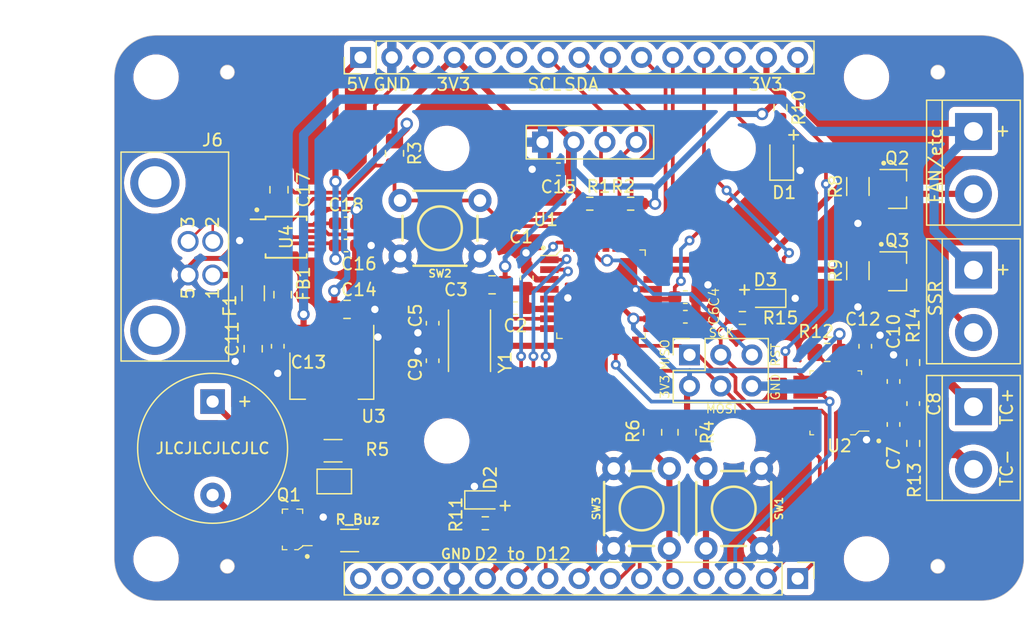
<source format=kicad_pcb>
(kicad_pcb (version 20221018) (generator pcbnew)
  (layers (0 "F.Cu" signal) (31 "B.Cu" signal) (34 "B.Paste" user) (35 "F.Paste" user) (36 "B.SilkS" user "B.Silkscreen") (37 "F.SilkS" user "F.Silkscreen") (38 "B.Mask" user) (39 "F.Mask" user) (44 "Edge.Cuts" user))
  (net 0 "")
  (net 1 "Net-(BZ1-Pad1)")
  (net 2 "Net-(BZ1-Pad2)")
  (net 3 "Masse")
  (net 4 "3V3")
  (net 5 "AREF")
  (net 6 "Net-(C5-Pad1)")
  (net 7 "Net-(C7-Pad2)")
  (net 8 "Net-(C10-Pad1)")
  (net 9 "Net-(C9-Pad2)")
  (net 10 "+5V")
  (net 11 "VUSB")
  (net 12 "RST")
  (net 13 "Net-(C17-Pad1)")
  (net 14 "Net-(C18-Pad2)")
  (net 15 "Net-(D1-Pad2)")
  (net 16 "Net-(D2-Pad2)")
  (net 17 "Net-(D3-Pad2)")
  (net 18 "Net-(F1-Pad2)")
  (net 19 "Net-(J1-Pad2)")
  (net 20 "Net-(J2-Pad2)")
  (net 21 "D12")
  (net 22 "D13")
  (net 23 "D11")
  (net 24 "TC+")
  (net 25 "TC-")
  (net 26 "SCL")
  (net 27 "SDA")
  (net 28 "Net-(J6-Pad6)")
  (net 29 "Net-(J6-Pad4)")
  (net 30 "D10")
  (net 31 "D9")
  (net 32 "D8")
  (net 33 "D7")
  (net 34 "D6")
  (net 35 "D5")
  (net 36 "D4")
  (net 37 "D3")
  (net 38 "D2")
  (net 39 "RX")
  (net 40 "TX")
  (net 41 "A0")
  (net 42 "A1")
  (net 43 "A2")
  (net 44 "A3")
  (net 45 "A6")
  (net 46 "A7")
  (net 47 "Net-(Q1-Pad1)")
  (net 48 "Net-(U2-Pad8)")
  (net 49 "Net-(U4-Pad5)")
  (net 50 "Net-(U4-Pad6)")
  (net 51 "Net-(J7-Pad13)")
  (net 52 "Net-(J7-Pad14)")
  (net 53 "Net-(J7-Pad15)")
  (net 54 "Net-(J8-Pad6)")
  (net 55 "Net-(J8-Pad5)")
  (net 56 "USB-")
  (net 57 "USB+")
  (footprint "Capacitor_SMD:C_0603_1608Metric_Pad1.08x0.95mm_HandSolder" (layer "F.Cu") (at 63.56 44.7375 90)
    (fp_text reference "C1")
    (fp_text value "100nF")
  )
  (footprint "Capacitor_SMD:C_0603_1608Metric_Pad1.08x0.95mm_HandSolder" (layer "F.Cu") (at 62.6375 47.2 180)
    (fp_text reference "C2")
    (fp_text value "100nF")
  )
  (footprint "Capacitor_SMD:C_0805_2012Metric_Pad1.18x1.45mm_HandSolder" (layer "F.Cu") (at 60.7375 45.3 180)
    (fp_text reference "C3")
    (fp_text value "1uF")
  )
  (footprint "Capacitor_SMD:C_0603_1608Metric_Pad1.08x0.95mm_HandSolder" (layer "F.Cu") (at 76.4625 46.3 180)
    (fp_text reference "C4")
    (fp_text value "100nF")
  )
  (footprint "Capacitor_SMD:C_0603_1608Metric" (layer "F.Cu") (at 55.9 48.425 -90)
    (fp_text reference "C5")
    (fp_text value "30pF")
  )
  (footprint "Capacitor_SMD:C_0603_1608Metric_Pad1.08x0.95mm_HandSolder" (layer "F.Cu") (at 76.4625 47.9 180)
    (fp_text reference "C6")
    (fp_text value "100nF")
  )
  (footprint "Capacitor_SMD:C_0603_1608Metric" (layer "F.Cu") (at 55.9 51.475 -90)
    (fp_text reference "C9")
    (fp_text value "30pF")
  )
  (footprint "Capacitor_SMD:C_0805_2012Metric_Pad1.18x1.45mm_HandSolder" (layer "F.Cu") (at 41.3 50.5 90)
    (fp_text reference "C11")
    (fp_text value "10uF")
  )
  (footprint "Capacitor_SMD:C_0603_1608Metric_Pad1.08x0.95mm_HandSolder" (layer "F.Cu") (at 43.3 50.3 -90)
    (fp_text reference "C13")
    (fp_text value "100nF")
  )
  (footprint "Capacitor_SMD:C_0805_2012Metric_Pad1.18x1.45mm_HandSolder" (layer "F.Cu") (at 48.9375 47.3)
    (fp_text reference "C14")
    (fp_text value "10uF")
  )
  (footprint "Capacitor_SMD:C_0603_1608Metric_Pad1.08x0.95mm_HandSolder" (layer "F.Cu") (at 66.1375 35.9 180)
    (fp_text reference "C15")
    (fp_text value "100nF")
  )
  (footprint "Capacitor_SMD:C_0603_1608Metric_Pad1.08x0.95mm_HandSolder" (layer "F.Cu") (at 48.8625 42.1 180)
    (fp_text reference "C16")
    (fp_text value "100nF")
  )
  (footprint "Capacitor_SMD:C_0805_2012Metric_Pad1.18x1.45mm_HandSolder" (layer "F.Cu") (at 43.4 37.5625 90)
    (fp_text reference "C17")
    (fp_text value "100nF")
  )
  (footprint "Capacitor_SMD:C_0603_1608Metric_Pad1.08x0.95mm_HandSolder" (layer "F.Cu") (at 48.8625 40.3 180)
    (fp_text reference "C18")
    (fp_text value "100nF")
  )
  (footprint "LED_SMD:LED_0805_2012Metric_Pad1.15x1.40mm_HandSolder" (layer "F.Cu") (at 84.3 34.925 90)
    (fp_text reference "D1")
    (fp_text value "Red")
  )
  (footprint "LED_SMD:LED_0603_1608Metric_Pad1.05x0.95mm_HandSolder" (layer "F.Cu") (at 60.175 62.8)
    (fp_text reference "D2")
    (fp_text value "Green")
  )
  (footprint "LED_SMD:LED_0603_1608Metric_Pad1.05x0.95mm_HandSolder" (layer "F.Cu") (at 82.975 46.4 180)
    (fp_text reference "D3")
    (fp_text value "Green")
  )
  (footprint "Fuse:Fuse_1206_3216Metric_Pad1.42x1.75mm_HandSolder" (layer "F.Cu") (at 41.3 45.9875 -90)
    (fp_text reference "F1")
    (fp_text value "FUSE")
  )
  (footprint "Fuse:Fuse_0805_2012Metric_Pad1.15x1.40mm_HandSolder" (layer "F.Cu") (at 43.7 46.1 90)
    (fp_text reference "FB1")
    (fp_text value "Ferrit")
  )
  (footprint "Connector_PinSocket_2.54mm:PinSocket_2x03_P2.54mm_Vertical" (layer "F.Cu") (at 76.8 51 90)
    (fp_text reference "J3")
    (fp_text value "2.54mm 2x3 male")
  )
  (footprint "Connector_PinHeader_2.54mm:PinHeader_1x15_P2.54mm_Vertical" (layer "F.Cu") (at 85.6 69.2 -90)
    (fp_text reference "J7")
    (fp_text value "Conn_01x15")
  )
  (footprint "Connector_PinHeader_2.54mm:PinHeader_1x15_P2.54mm_Vertical" (layer "F.Cu") (at 50.04 26.8 90)
    (fp_text reference "J8")
    (fp_text value "Conn_01x15")
  )
  (footprint "digikey-footprints:SOT-23-3" (layer "F.Cu") (at 44.5 65.2 180)
    (fp_text reference "Q1")
    (fp_text value "SS8050")
  )
  (footprint "Resistor_SMD:R_0603_1608Metric_Pad0.98x0.95mm_HandSolder" (layer "F.Cu") (at 68.6875 38.7)
    (fp_text reference "R1")
    (fp_text value "2K2")
  )
  (footprint "Resistor_SMD:R_0603_1608Metric_Pad0.98x0.95mm_HandSolder" (layer "F.Cu") (at 72.0125 38.7 180)
    (fp_text reference "R2")
    (fp_text value "2K2")
  )
  (footprint "Resistor_SMD:R_0805_2012Metric_Pad1.20x1.40mm_HandSolder" (layer "F.Cu") (at 52.8 34.6 -90)
    (fp_text reference "R3")
    (fp_text value "10k")
  )
  (footprint "Resistor_SMD:R_0805_2012Metric_Pad1.20x1.40mm_HandSolder" (layer "F.Cu") (at 76.6 57.3 -90)
    (fp_text reference "R4")
    (fp_text value "10k")
  )
  (footprint "Resistor_SMD:R_1206_3216Metric_Pad1.30x1.75mm_HandSolder" (layer "F.Cu") (at 47.8 58.8)
    (fp_text reference "R5")
    (fp_text value "100R")
  )
  (footprint "Resistor_SMD:R_1206_3216Metric_Pad1.30x1.75mm_HandSolder" (layer "F.Cu") (at 49.15 66.1)
    (fp_text reference "R7")
    (fp_text value "10K")
  )
  (footprint "Resistor_SMD:R_0603_1608Metric_Pad0.98x0.95mm_HandSolder" (layer "F.Cu") (at 84.2 30.8875 -90)
    (fp_text reference "R10")
    (fp_text value "1K")
  )
  (footprint "Resistor_SMD:R_0603_1608Metric_Pad0.98x0.95mm_HandSolder" (layer "F.Cu") (at 60.1875 64.7 180)
    (fp_text reference "R11")
    (fp_text value "1K")
  )
  (footprint "Resistor_SMD:R_0603_1608Metric_Pad0.98x0.95mm_HandSolder" (layer "F.Cu") (at 81.1 48)
    (fp_text reference "R15")
    (fp_text value "1K")
  )
  (footprint "Switches:TACTILE_SWITCH_PTH_6.0MM" (layer "F.Cu") (at 56.5 40.7 180)
    (fp_text reference "SW2")
    (fp_text value "SW_SPST_4_pin")
  )
  (footprint "digikey-footprints:TQFP-32_7x7mm" (layer "F.Cu") (at 69.6 46.064)
    (fp_text reference "U1")
    (fp_text value "ATMEGA328P_Arduino")
  )
  (footprint "Package_TO_SOT_SMD:SOT-223-3_TabPin2" (layer "F.Cu") (at 47.7 52.7 -90)
    (fp_text reference "U3")
    (fp_text value "AMS1117-3.3")
  )
  (footprint "Package_SO:MSOP-10_3x3mm_P0.5mm" (layer "F.Cu") (at 43.984 41.424)
    (fp_text reference "U4")
    (fp_text value "CH340E")
  )
  (footprint "Crystal:Crystal_SMD_TXC_7A-2Pin_5x3.2mm" (layer "F.Cu") (at 58.9 49.85 90)
    (fp_text reference "Y1")
    (fp_text value "8MHz")
  )
  (footprint "_Custom:111A1010D10200_USB-2.0_THT" (layer "F.Cu") (at 33.3 37 -90)
    (fp_text reference "J6")
    (fp_text value "USB_B_Micro")
  )
  (footprint "Buzzer_Beeper:Buzzer_12x9.5RM7.6" (layer "F.Cu") (at 38 54.8 -90)
    (fp_text reference "BZ1")
    (fp_text value "Buzzer")
  )
  (footprint "Jumper:SolderJumper-2_P1.3mm_Bridged_Pad1.0x1.5mm" (layer "F.Cu") (at 47.9 61.3)
    (fp_text reference "JP1")
    (fp_text value "Jumper")
  )
  (footprint "MountingHole:MountingHole_3.2mm_M3" (layer "F.Cu") (at 33.4 28.4)
    (fp_text reference "H1")
    (fp_text value "Hole")
  )
  (footprint "MountingHole:MountingHole_3.2mm_M3" (layer "F.Cu") (at 33.4 67.6)
    (fp_text reference "H2")
    (fp_text value "Hole")
  )
  (footprint "MountingHole:MountingHole_3.2mm_M3" (layer "F.Cu") (at 91.2 28.4)
    (fp_text reference "H4")
    (fp_text value "Hole")
  )
  (footprint "MountingHole:MountingHole_3.2mm_M3" (layer "F.Cu") (at 91.2 67.6)
    (fp_text reference "H3")
    (fp_text value "Hole")
  )
  (footprint "digikey-footprints:SOIC-8_W3.9mm" (layer "F.Cu") (at 88.7 54.9 90)
    (fp_text reference "U2")
    (fp_text value "MAX6675")
  )
  (footprint "Resistor_SMD:R_0603_1608Metric" (layer "F.Cu") (at 95 58.2 -90)
    (fp_text reference "R13")
    (fp_text value "100R")
  )
  (footprint "Resistor_SMD:R_0603_1608Metric" (layer "F.Cu") (at 95 51.625 90)
    (fp_text reference "R14")
    (fp_text value "100R")
  )
  (footprint "Resistor_SMD:R_0805_2012Metric_Pad1.20x1.40mm_HandSolder" (layer "F.Cu") (at 88 50.8 180)
    (fp_text reference "R12")
    (fp_text value "10k")
  )
  (footprint "Resistor_SMD:R_1206_3216Metric_Pad1.30x1.75mm_HandSolder" (layer "F.Cu") (at 90.5 44.15 90)
    (fp_text reference "R9")
    (fp_text value "10K")
  )
  (footprint "Resistor_SMD:R_1206_3216Metric_Pad1.30x1.75mm_HandSolder" (layer "F.Cu") (at 90.5 37.3 90)
    (fp_text reference "R8")
    (fp_text value "10K")
  )
  (footprint "Package_TO_SOT_SMD:SOT-23" (layer "F.Cu") (at 93.7 44.2)
    (fp_text reference "Q3")
    (fp_text value "AO3400A")
  )
  (footprint "TerminalBlock:TerminalBlock_bornier-2_P5.08mm" (layer "F.Cu") (at 99.9 44.1 -90)
    (fp_text reference "J2")
    (fp_text value "SSR")
  )
  (footprint "Package_TO_SOT_SMD:SOT-23" (layer "F.Cu") (at 93.7 37.5)
    (fp_text reference "Q2")
    (fp_text value "AO3400A")
  )
  (footprint "TerminalBlock:TerminalBlock_bornier-2_P5.08mm" (layer "F.Cu") (at 99.9 55.22 -90)
    (fp_text reference "J4")
    (fp_text value "Screw_Terminal")
  )
  (footprint "Capacitor_SMD:C_0603_1608Metric_Pad1.08x0.95mm_HandSolder" (layer "F.Cu") (at 93.4 56.6625 90)
    (fp_text reference "C7")
    (fp_text value "10nF")
  )
  (footprint "TerminalBlock:TerminalBlock_bornier-2_P5.08mm" (layer "F.Cu") (at 99.9 32.82 -90)
    (fp_text reference "J1")
    (fp_text value "Fan")
  )
  (footprint "Capacitor_SMD:C_0603_1608Metric_Pad1.08x0.95mm_HandSolder" (layer "F.Cu") (at 91.1 50.3 90)
    (fp_text reference "C12")
    (fp_text value "100nF")
  )
  (footprint "Capacitor_SMD:C_0603_1608Metric_Pad1.08x0.95mm_HandSolder" (layer "F.Cu") (at 95 54.9625 90)
    (fp_text reference "C8")
    (fp_text value "100nF")
  )
  (footprint "Capacitor_SMD:C_0603_1608Metric_Pad1.08x0.95mm_HandSolder" (layer "F.Cu") (at 93.4 53.1625 90)
    (fp_text reference "C10")
    (fp_text value "10nF")
  )
  (footprint "Resistor_SMD:R_0805_2012Metric_Pad1.20x1.40mm_HandSolder" (layer "F.Cu") (at 73.8 57.3 -90)
    (fp_text reference "R6")
    (fp_text value "10k")
  )
  (footprint "_Custom:OLED-SSD1306-128X64-THT" (layer "F.Cu") (at 68.7 33.7)
    (fp_text reference "J5" hide)
    (fp_text value "OLED-SSD1306-128X64-I2C")
  )
  (footprint "Switches:TACTILE_SWITCH_PTH_6.0MM" (layer "F.Cu") (at 72.9 63.5 90)
    (fp_text reference "SW3")
    (fp_text value "SW_SPST_4_pin")
  )
  (footprint "Switches:TACTILE_SWITCH_PTH_6.0MM" (layer "F.Cu") (at 80.4 63.5 -90)
    (fp_text reference "SW1")
    (fp_text value "SW_SPST_4_pin")
  )
  (gr_circle (center 92.2 58) (end 92.3 58) (stroke (width 0.2)) (fill none) (layer "F.SilkS"))
  (gr_circle (center 45.7 67.4) (end 45.8 67.4) (stroke (width 0.2)) (fill none) (layer "F.SilkS"))
  (gr_circle (center 92.4 42) (end 92.5 42) (stroke (width 0.2)) (fill none) (layer "F.SilkS"))
  (gr_circle (center 92.6 35.4) (end 92.7 35.4) (stroke (width 0.2)) (fill none) (layer "F.SilkS"))
  (gr_circle (center 41.6 39.2) (end 41.7 39.2) (stroke (width 0.2)) (fill none) (layer "F.SilkS"))
  (gr_circle (center 64.9 42.3) (end 65 42.3) (stroke (width 0.2)) (fill none) (layer "F.SilkS"))
  (gr_line (start 104 67.6) (end 104 28.4) (stroke (width 0.05)) (layer "Edge.Cuts"))
  (gr_line (start 100.6 25) (end 48 25) (stroke (width 0.05)) (layer "Edge.Cuts"))
  (gr_circle (center 97 28) (end 97.576 28) (stroke (width 0.05)) (fill none) (layer "Edge.Cuts"))
  (gr_circle (center 39.2 68.2) (end 39.776 68.2) (stroke (width 0.05)) (fill none) (layer "Edge.Cuts"))
  (gr_circle (center 97 68.2) (end 97.576 68.2) (stroke (width 0.05)) (fill none) (layer "Edge.Cuts"))
  (gr_line (start 33.4 71) (end 100.6 71) (stroke (width 0.05)) (layer "Edge.Cuts"))
  (gr_arc (start 30 28.4) (mid 30.995837 25.995837) (end 33.4 25) (stroke (width 0.05)) (layer "Edge.Cuts"))
  (gr_arc (start 33.4 71) (mid 30.995837 70.004163) (end 30 67.6) (stroke (width 0.05)) (layer "Edge.Cuts"))
  (gr_circle (center 39.2 28) (end 39.776 28) (stroke (width 0.05)) (fill none) (layer "Edge.Cuts"))
  (gr_arc (start 104 67.6) (mid 103.004163 70.004163) (end 100.6 71) (stroke (width 0.05)) (layer "Edge.Cuts"))
  (gr_line (start 30 28.4) (end 30 67.6) (stroke (width 0.05)) (layer "Edge.Cuts"))
  (gr_arc (start 100.6 25) (mid 103.004163 25.995837) (end 104 28.4) (stroke (width 0.05)) (layer "Edge.Cuts"))
  (gr_line (start 48 25) (end 33.4 25) (stroke (width 0.05)) (layer "Edge.Cuts"))
  (gr_text "MISO" (at 74.8 51 90) (layer "F.SilkS") (effects (font (size 0.7 0.7) (thickness 0.1))))
  (gr_text "SCK" (at 79.4 49.2) (layer "F.SilkS") (effects (font (size 0.7 0.7) (thickness 0.1))))
  (gr_text "SDA" (at 68 29) (layer "F.SilkS") (effects (font (size 1 1))))
  (gr_text "TC+" (at 102.6 55.2 90) (layer "F.SilkS") (effects (font (size 1 1))))
  (gr_text "TC-" (at 102.6 60.2 90) (layer "F.SilkS") (effects (font (size 1 1))))
  (gr_text "GND" (at 83.8 53.6 90) (layer "F.SilkS") (effects (font (size 0.7 0.7) (thickness 0.1))))
  (gr_text "R_Buz" (at 49.8 64.4) (layer "F.SilkS") (effects (font (size 0.8 0.8))))
  (gr_text "SCL" (at 65 29) (layer "F.SilkS") (effects (font (size 1 1))))
  (gr_text "D2 to D12" (at 63.2 67.2) (layer "F.SilkS") (effects (font (size 1 1))))
  (gr_text "3V3" (at 74.8 53.6 90) (layer "F.SilkS") (effects (font (size 0.7 0.7) (thickness 0.1))))
  (gr_text "+" (at 102.3 44) (layer "F.SilkS") (effects (font (size 1 1))))
  (gr_text "MOSI" (at 79.4 55.4) (layer "F.SilkS") (effects (font (size 0.7 0.7) (thickness 0.1))))
  (gr_text "FAN/etc" (at 96.8 35.6 90) (layer "F.SilkS") (effects (font (size 1 1))))
  (gr_text "GND" (at 52.6 29) (layer "F.SilkS") (effects (font (size 1 1))))
  (gr_text "3V3" (at 83 29) (layer "F.SilkS") (effects (font (size 1 1))))
  (gr_text "+" (at 85.275 33.03) (layer "F.SilkS") (effects (font (size 1 1))))
  (gr_text "RST" (at 83.8 51 90) (layer "F.SilkS") (effects (font (size 0.7 0.7) (thickness 0.1))))
  (gr_text "3V3" (at 57.6 29) (layer "F.SilkS") (effects (font (size 1 1))))
  (gr_text "5V" (at 49.8 29) (layer "F.SilkS") (effects (font (size 1 1))))
  (gr_text "+" (at 61.8 63.2) (layer "F.SilkS") (effects (font (size 1 1))))
  (gr_text "GND" (at 57.8 67.2) (layer "F.SilkS") (effects (font (size 0.8 0.8))))
  (gr_text "JLCJLCJLCJLC" (at 38 58.6) (layer "F.SilkS") (effects (font (size 0.9 0.9))))
  (gr_text "+" (at 81.275 45.63) (layer "F.SilkS") (effects (font (size 1 1))))
  (gr_text "SSR" (at 96.8 46.4 90) (layer "F.SilkS") (effects (font (size 1 1))))
  (gr_text "+" (at 102.275 32.73) (layer "F.SilkS") (effects (font (size 1 1))))
  (segment (start 48.6 61.3) (end 49.35 60.55) (width 0.5) (layer "F.Cu") (net 1))
  (segment (start 49.35 60.55) (end 49.35 58.8) (width 0.5) (layer "F.Cu") (net 1))
  (segment (start 46.2 63) (end 48.25 63) (width 0.5) (layer "F.Cu") (net 1))
  (segment (start 48.55 62.060002) (end 48.55 61.3) (width 0.5) (layer "F.Cu") (net 1))
  (segment (start 48.55 61.3) (end 48.6 61.3) (width 0.5) (layer "F.Cu") (net 1))
  (segment (start 38 54.8) (end 46.2 63) (width 0.5) (layer "F.Cu") (net 1))
  (segment (start 48.55 62.7) (end 48.55 62.060002) (width 0.5) (layer "F.Cu") (net 1))
  (segment (start 48.25 63) (end 48.55 62.7) (width 0.5) (layer "F.Cu") (net 1))
  (segment (start 40.8 65.2) (end 38 62.4) (width 0.5) (layer "F.Cu") (net 2))
  (segment (start 43.45 65.2) (end 40.8 65.2) (width 0.5) (layer "F.Cu") (net 2))
  (segment (start 42.925 51.5375) (end 43.3 51.1625) (width 0.5) (layer "F.Cu") (net 3))
  (segment (start 59.3 62.8) (end 59.3 61.7) (width 0.5) (layer "F.Cu") (net 3))
  (segment (start 51.2 47.3) (end 49.975 47.3) (width 0.5) (layer "F.Cu") (net 3))
  (segment (start 84.3 35.95) (end 85.75 35.95) (width 0.5) (layer "F.Cu") (net 3))
  (segment (start 41.784 41.424) (end 40.476 41.424) (width 0.3) (layer "F.Cu") (net 3))
  (segment (start 90.5 38.85) (end 90.5 40.3) (width 0.5) (layer "F.Cu") (net 3))
  (segment (start 40.2 41.7) (end 38.75 43.15) (width 0.4) (layer "F.Cu") (net 3))
  (segment (start 93.4 52.3) (end 93.4 51) (width 0.5) (layer "F.Cu") (net 3))
  (segment (start 92.7 38.45) (end 90.9 38.45) (width 0.5) (layer "F.Cu") (net 3))
  (segment (start 51.45 49.55) (end 50 49.55) (width 0.5) (layer "F.Cu") (net 3))
  (segment (start 65.275 35.9) (end 64 35.9) (width 0.5) (layer "F.Cu") (net 3))
  (segment (start 63.56 42.76) (end 63.5 42.7) (width 0.5) (layer "F.Cu") (net 3))
  (segment (start 91.15 57.85) (end 91.2 57.9) (width 0.5) (layer "F.Cu") (net 3))
  (segment (start 77.325 46.3) (end 77.325 46.275) (width 0.5) (layer "F.Cu") (net 3))
  (segment (start 61.6 47.2) (end 59.7 45.3) (width 0.5) (layer "F.Cu") (net 3))
  (segment (start 85.75 35.95) (end 85.8 36) (width 0.5) (layer "F.Cu") (net 3))
  (segment (start 43.3 51.1625) (end 43.3 52.5) (width 0.5) (layer "F.Cu") (net 3))
  (segment (start 49.975 47.3) (end 49.975 49.525) (width 0.5) (layer "F.Cu") (net 3))
  (segment (start 41.3 51.5375) (end 42.925 51.5375) (width 0.5) (layer "F.Cu") (net 3))
  (segment (start 64.364998 44.864) (end 63.56 44.059002) (width 0.5) (layer "F.Cu") (net 3))
  (segment (start 49.975 49.525) (end 50 49.55) (width 0.5) (layer "F.Cu") (net 3))
  (segment (start 63.56 44.059002) (end 63.56 43.875) (width 0.5) (layer "F.Cu") (net 3))
  (segment (start 90.9 38.45) (end 90.5 38.85) (width 0.5) (layer "F.Cu") (net 3))
  (segment (start 92.3 49.9) (end 93.4 51) (width 0.5) (layer "F.Cu") (net 3))
  (segment (start 46.95 64.25) (end 47 64.2) (width 0.5) (layer "F.Cu") (net 3))
  (segment (start 63.56 43.875) (end 63.56 42.76) (width 0.5) (layer "F.Cu") (net 3))
  (segment (start 36.75 43.15) (end 36.01 43.89) (width 0.4) (layer "F.Cu") (net 3))
  (segment (start 65.275 34.119) (end 64.844 33.688) (width 0.5) (layer "F.Cu") (net 3))
  (segment (start 55.9 50.7) (end 54.7 50.7) (width 0.5) (layer "F.Cu") (net 3))
  (segment (start 77.325 47.9) (end 77.325 46.3) (width 0.5) (layer "F.Cu") (net 3))
  (segment (start 40.476 41.424) (end 40.2 41.7) (width 0.3) (layer "F.Cu") (net 3))
  (segment (start 65.4 46.464) (end 66.8 46.464) (width 0.3) (layer "F.Cu") (net 3))
  (segment (start 55.9 49.2) (end 55.9 50.7) (width 0.5) (layer "F.Cu") (net 3))
  (segment (start 36.01 43.89) (end 36.01 44.5) (width 0.4) (layer "F.Cu") (net 3))
  (segment (start 83.85 46.4) (end 85.4 46.4) (width 0.5) (layer "F.Cu") (net 3))
  (segment (start 92.2625 49.4375) (end 92.3 49.4) (width 0.5) (layer "F.Cu") (net 3))
  (segment (start 49.725 42.1) (end 50.9 42.1) (width 0.5) (layer "F.Cu") (net 3))
  (segment (start 61.775 47.2) (end 61.6 47.2) (width 0.5) (layer "F.Cu") (net 3))
  (segment (start 45.55 64.25) (end 46.95 64.25) (width 0.5) (layer "F.Cu") (net 3))
  (segment (start 91.1 49.4375) (end 92.2625 49.4375) (width 0.5) (layer "F.Cu") (net 3))
  (segment (start 55.9 49.2) (end 54.7 49.2) (width 0.5) (layer "F.Cu") (net 3))
  (segment (start 72.436 45.664) (end 72.4 45.7) (width 0.5) (layer "F.Cu") (net 3))
  (segment (start 49.725 39.775) (end 49.725 40.3) (width 0.5) (layer "F.Cu") (net 3))
  (segment (start 66.8 46.464) (end 66.9 46.364) (width 0.3) (layer "F.Cu") (net 3))
  (segment (start 92.3 49.4) (end 92.3 49.9) (width 0.5) (layer "F.Cu") (net 3))
  (segment (start 49.7 39.2) (end 49.725 39.775) (width 0.5) (layer "F.Cu") (net 3))
  (segment (start 39.8375 51.5375) (end 41.3 51.5375) (width 0.5) (layer "F.Cu") (net 3))
  (segment (start 92.7 45.15) (end 91.05 45.15) (width 0.5) (layer "F.Cu") (net 3))
  (segment (start 38.75 43.15) (end 36.75 43.15) (width 0.4) (layer "F.Cu") (net 3))
  (segment (start 91.15 56.805) (end 91.15 57.85) (width 0.5) (layer "F.Cu") (net 3))
  (segment (start 77.325 46.275) (end 78.3 45.3) (width 0.5) (layer "F.Cu") (net 3))
  (segment (start 93.025 57.9) (end 93.4 57.525) (width 0.5) (layer "F.Cu") (net 3))
  (segment (start 90.5 45.7) (end 90.5 47.1) (width 0.5) (layer "F.Cu") (net 3))
  (segment (start 91.05 45.15) (end 90.5 45.7) (width 0.5) (layer "F.Cu") (net 3))
  (segment (start 91.2 57.9) (end 93.025 57.9) (width 0.5) (layer "F.Cu") (net 3))
  (segment (start 73.8 45.664) (end 72.436 45.664) (width 0.5) (layer "F.Cu") (net 3))
  (segment (start 65.4 44.864) (end 64.364998 44.864) (width 0.5) (layer "F.Cu") (net 3))
  (segment (start 65.275 35.9) (end 65.275 34.119) (width 0.5) (layer "F.Cu") (net 3))
  (via (at 39.8375 51.5375) (size 1) (drill 0.6) (layers "F.Cu" "B.Cu") (net 3))
  (via (at 64 35.9) (size 1) (drill 0.6) (layers "F.Cu" "B.Cu") (net 3))
  (via (at 47 64.2) (size 1) (drill 0.6) (layers "F.Cu" "B.Cu") (net 3))
  (via (at 49.7 39.2) (size 1) (drill 0.6) (layers "F.Cu" "B.Cu") (net 3))
  (via (at 54.7 50.7) (size 1) (drill 0.6) (layers "F.Cu" "B.Cu") (net 3))
  (via (at 91.2 57.9) (size 1) (drill 0.6) (layers "F.Cu" "B.Cu") (net 3))
  (via (at 72.4 45.7) (size 0.8) (drill 0.4) (layers "F.Cu" "B.Cu") (net 3))
  (via (at 54.7 49.2) (size 1) (drill 0.6) (layers "F.Cu" "B.Cu") (net 3))
  (via (at 92.3 49.4) (size 1) (drill 0.6) (layers "F.Cu" "B.Cu") (net 3))
  (via (at 78.3 45.3) (size 1) (drill 0.6) (layers "F.Cu" "B.Cu") (net 3))
  (via (at 90.5 40.3) (size 1) (drill 0.6) (layers "F.Cu" "B.Cu") (net 3))
  (via (at 59.3 61.7) (size 1) (drill 0.6) (layers "F.Cu" "B.Cu") (net 3))
  (via (at 51.2 47.3) (size 1) (drill 0.6) (layers "F.Cu" "B.Cu") (net 3))
  (via (at 43.3 52.5) (size 1) (drill 0.6) (layers "F.Cu" "B.Cu") (net 3))
  (via (at 63.5 42.7) (size 1) (drill 0.6) (layers "F.Cu" "B.Cu") (net 3))
  (via (at 66.9 46.364) (size 1) (drill 0.6) (layers "F.Cu" "B.Cu") (net 3))
  (via (at 50.9 42.1) (size 1) (drill 0.6) (layers "F.Cu" "B.Cu") (net 3))
  (via (at 85.4 46.4) (size 1) (drill 0.6) (layers "F.Cu" "B.Cu") (net 3))
  (via (at 90.5 47.1) (size 1) (drill 0.6) (layers "F.Cu" "B.Cu") (net 3))
  (via (at 93.4 51) (size 1) (drill 0.6) (layers "F.Cu" "B.Cu") (net 3))
  (via (at 85.8 36) (size 1) (drill 0.6) (layers "F.Cu" "B.Cu") (net 3))
  (via (at 51.45 49.55) (size 1) (drill 0.6) (layers "F.Cu" "B.Cu") (net 3))
  (via (at 40.2 41.7) (size 1.2) (drill 0.6) (layers "F.Cu" "B.Cu") (net 3))
  (segment (start 57.66 69.2) (end 57.66 69.16) (width 0.5) (layer "B.Cu") (net 3))
  (segment (start 53.8 32.6) (end 52.8 33.6) (width 0.5) (layer "F.Cu") (net 4))
  (segment (start 67.775 37.875) (end 67.2 37.3) (width 0.5) (layer "F.Cu") (net 4))
  (segment (start 63.624 45.664) (end 63.56 45.6) (width 0.5) (layer "F.Cu") (net 4))
  (segment (start 63.56 45.6) (end 62.075 45.6) (width 0.5) (layer "F.Cu") (net 4))
  (segment (start 62.075 45.6) (end 61.775 45.3) (width 0.5) (layer "F.Cu") (net 4))
  (segment (start 89.3625 51.1625) (end 89 50.8) (width 0.5) (layer "F.Cu") (net 4))
  (segment (start 82.775 31.4) (end 84.2 29.975) (width 0.5) (layer "F.Cu") (net 4))
  (segment (start 67 35.9) (end 67 37.1) (width 0.5) (layer "F.Cu") (net 4))
  (segment (start 76.6 56.3) (end 76.6 53.74) (width 0.5) (layer "F.Cu") (net 4))
  (segment (start 52.8 33.6) (end 52.8 31.66) (width 0.5) (layer "F.Cu") (net 4))
  (segment (start 63.5 45.66) (end 63.56 45.6) (width 0.5) (layer "F.Cu") (net 4))
  (segment (start 65.4 47.264) (end 71.436 47.264) (width 0.4) (layer "F.Cu") (net 4))
  (segment (start 89 49.3) (end 89 50.8) (width 0.4) (layer "F.Cu") (net 4))
  (segment (start 91.15 51.2125) (end 91.1 51.1625) (width 0.5) (layer "F.Cu") (net 4))
  (segment (start 91.1 51.1625) (end 89.3625 51.1625) (width 0.5) (layer "F.Cu") (net 4))
  (segment (start 91.15 52.995) (end 91.15 51.2125) (width 0.5) (layer "F.Cu") (net 4))
  (segment (start 47.9 47.3) (end 47.9 45.8) (width 0.5) (layer "F.Cu") (net 4))
  (segment (start 65.4 45.664) (end 63.624 45.664) (width 0.5) (layer "F.Cu") (net 4))
  (segment (start 63.247999 32.387999) (end 57.66 26.8) (width 0.5) (layer "F.Cu") (net 4))
  (segment (start 65.4 47.264) (end 63.564 47.264) (width 0.5) (layer "F.Cu") (net 4))
  (segment (start 47.7 49.55) (end 47.7 55.85) (width 0.5) (layer "F.Cu") (net 4))
  (segment (start 67 35.9) (end 67 34.072) (width 0.5) (layer "F.Cu") (net 4))
  (segment (start 47.7 49.55) (end 47.7 47.5) (width 0.5) (layer "F.Cu") (net 4))
  (segment (start 61.8 43.8) (end 61.8 45.275) (width 0.4) (layer "F.Cu") (net 4))
  (segment (start 67.775 38.7) (end 67.775 37.875) (width 0.5) (layer "F.Cu") (net 4))
  (segment (start 76.6 53.74) (end 76.8 53.54) (width 0.5) (layer "F.Cu") (net 4))
  (segment (start 75.436 48.064) (end 75.6 47.9) (width 0.4) (layer "F.Cu") (net 4))
  (segment (start 63.5 47.2) (end 63.5 45.66) (width 0.5) (layer "F.Cu") (net 4))
  (segment (start 47.7 47.5) (end 47.9 47.3) (width 0.5) (layer "F.Cu") (net 4))
  (segment (start 67 37.1) (end 67.2 37.3) (width 0.5) (layer "F.Cu") (net 4))
  (segment (start 82.7 31.4) (end 82.775 31.4) (width 0.5) (layer "F.Cu") (net 4))
  (segment (start 63.564 47.264) (end 63.5 47.2) (width 0.5) (layer "F.Cu") (net 4))
  (segment (start 73.8 48.064) (end 75.436 48.064) (width 0.4) (layer "F.Cu") (net 4))
  (segment (start 66.083999 32.387999) (end 63.247999 32.387999) (width 0.5) (layer "F.Cu") (net 4))
  (segment (start 67.384 33.688) (end 66.083999 32.387999) (width 0.5) (layer "F.Cu") (net 4))
  (segment (start 61.8 45.275) (end 61.775 45.3) (width 0.4) (layer "F.Cu") (net 4))
  (segment (start 83.06 26.8) (end 83.06 28.835) (width 0.5) (layer "F.Cu") (net 4))
  (segment (start 52.8 31.66) (end 57.66 26.8) (width 0.5) (layer "F.Cu") (net 4))
  (segment (start 73.8 56.3) (end 76.6 56.3) (width 0.5) (layer "F.Cu") (net 4))
  (segment (start 72.236 48.064) (end 73.8 48.064) (width 0.4) (layer "F.Cu") (net 4))
  (segment (start 83.06 28.835) (end 84.2 29.975) (width 0.5) (layer "F.Cu") (net 4))
  (segment (start 72.925 38.7) (end 74 38.7) (width 0.5) (layer "F.Cu") (net 4))
  (segment (start 67 34.072) (end 67.384 33.688) (width 0.5) (layer "F.Cu") (net 4))
  (segment (start 53.8 32.2) (end 53.8 32.6) (width 0.5) (layer "F.Cu") (net 4))
  (segment (start 71.436 47.264) (end 72.236 48.064) (width 0.4) (layer "F.Cu") (net 4))
  (via (at 61.8 43.8) (size 1) (drill 0.6) (layers "F.Cu" "B.Cu") (net 4))
  (via (at 82.7 31.4) (size 1) (drill 0.6) (layers "F.Cu" "B.Cu") (net 4))
  (via (at 74 38.7) (size 1) (drill 0.6) (layers "F.Cu" "B.Cu") (net 4))
  (via (at 47.9 45.8) (size 1) (drill 0.6) (layers "F.Cu" "B.Cu") (net 4))
  (via (at 89 49.3) (size 1) (drill 0.6) (layers "F.Cu" "B.Cu") (net 4))
  (via (at 53.8 32.2) (size 1) (drill 0.6) (layers "F.Cu" "B.Cu") (net 4))
  (via (at 72.236 48.064) (size 1) (drill 0.6) (layers "F.Cu" "B.Cu") (net 4))
  (segment (start 80.041998 31.4) (end 82.7 31.4) (width 0.5) (layer "B.Cu") (net 4))
  (segment (start 74 37.6) (end 74 37.441998) (width 0.5) (layer "B.Cu") (net 4))
  (segment (start 68.8 37.3) (end 67.384 35.884) (width 0.5) (layer "B.Cu") (net 4))
  (segment (start 78.050001 52.289999) (end 76.810001 52.289999) (width 0.4) (layer "B.Cu") (net 4))
  (segment (start 76.8 53.54) (end 76.8 52.3) (width 0.4) (layer "B.Cu") (net 4))
  (segment (start 48.70001 42.494008) (end 48.70001 37.605992) (width 0.5) (layer "B.Cu") (net 4))
  (segment (start 48.950001 42.743999) (end 48.70001 42.494008) (width 0.5) (layer "B.Cu") (net 4))
  (segment (start 67.384 33.688) (end 67.384 37.483998) (width 0.4) (layer "B.Cu") (net 4))
  (segment (start 78.050001 52.289999) (end 86.010001 52.289999) (width 0.4) (layer "B.Cu") (net 4))
  (segment (start 48.70001 37.605992) (end 53.8 32.506002) (width 0.5) (layer "B.Cu") (net 4))
  (segment (start 67.384 35.884) (end 67.384 33.688) (width 0.5) (layer "B.Cu") (net 4))
  (segment (start 86.010001 52.289999) (end 89 49.3) (width 0.4) (layer "B.Cu") (net 4))
  (segment (start 61.8 43.067998) (end 61.8 43.8) (width 0.4) (layer "B.Cu") (net 4))
  (segment (start 76.8 52.3) (end 76.810001 52.289999) (width 0.4) (layer "B.Cu") (net 4))
  (segment (start 53.8 32.506002) (end 53.8 32.2) (width 0.5) (layer "B.Cu") (net 4))
  (segment (start 75.669997 52.289999) (end 72.236 48.856002) (width 0.4) (layer "B.Cu") (net 4))
  (segment (start 74 37.441998) (end 80.041998 31.4) (width 0.5) (layer "B.Cu") (net 4))
  (segment (start 48.950001 44.749999) (end 48.950001 42.743999) (width 0.5) (layer "B.Cu") (net 4))
  (segment (start 72.236 48.856002) (end 72.236 48.064) (width 0.4) (layer "B.Cu") (net 4))
  (segment (start 73.7 37.3) (end 68.8 37.3) (width 0.5) (layer "B.Cu") (net 4))
  (segment (start 74 38.7) (end 74 37.6) (width 0.5) (layer "B.Cu") (net 4))
  (segment (start 47.9 45.8) (end 48.950001 44.749999) (width 0.5) (layer "B.Cu") (net 4))
  (segment (start 67.384 37.483998) (end 61.8 43.067998) (width 0.4) (layer "B.Cu") (net 4))
  (segment (start 76.810001 52.289999) (end 75.669997 52.289999) (width 0.4) (layer "B.Cu") (net 4))
  (segment (start 74 37.6) (end 73.7 37.3) (width 0.5) (layer "B.Cu") (net 4))
  (segment (start 75.6 46.3) (end 75.436 46.464) (width 0.4) (layer "F.Cu") (net 5))
  (segment (start 80.52 26.8) (end 80.52 31.409998) (width 0.3) (layer "F.Cu") (net 5))
  (segment (start 80.52 31.409998) (end 82.350001 33.239999) (width 0.3) (layer "F.Cu") (net 5))
  (segment (start 75.6 46.3) (end 75.6 45.5) (width 0.3) (layer "F.Cu") (net 5))
  (segment (start 82.350001 33.239999) (end 82.350001 36.149999) (width 0.3) (layer "F.Cu") (net 5))
  (segment (start 82.350001 36.149999) (end 76.8 41.7) (width 0.3) (layer "F.Cu") (net 5))
  (segment (start 75.6 45.5) (end 76.1 45) (width 0.3) (layer "F.Cu") (net 5))
  (segment (start 75.436 46.464) (end 73.8 46.464) (width 0.4) (layer "F.Cu") (net 5))
  (via (at 76.8 41.7) (size 0.8) (drill 0.4) (layers "F.Cu" "B.Cu") (net 5))
  (via (at 76.1 45) (size 0.8) (drill 0.4) (layers "F.Cu" "B.Cu") (net 5))
  (segment (start 76.1 45) (end 76.1 42.4) (width 0.3) (layer "B.Cu") (net 5))
  (segment (start 76.1 42.4) (end 76.8 41.7) (width 0.3) (layer "B.Cu") (net 5))
  (segment (start 65.4 48.064) (end 58.964 48.064) (width 0.3) (layer "F.Cu") (net 6))
  (segment (start 56.25 48) (end 55.9 47.65) (width 0.3) (layer "F.Cu") (net 6))
  (segment (start 58.964 48.064) (end 58.9 48) (width 0.3) (layer "F.Cu") (net 6))
  (segment (start 58.9 48) (end 56.25 48) (width 0.3) (layer "F.Cu") (net 6))
  (segment (start 93.135 55.535) (end 93.4 55.8) (width 0.5) (layer "F.Cu") (net 7))
  (segment (start 91.15 55.535) (end 93.135 55.535) (width 0.5) (layer "F.Cu") (net 7))
  (segment (start 93.4 55.8) (end 94.975 55.8) (width 0.5) (layer "F.Cu") (net 7))
  (segment (start 94.975 55.8) (end 95 55.825) (width 0.5) (layer "F.Cu") (net 7))
  (segment (start 95 57.375) (end 95 55.825) (width 0.5) (layer "F.Cu") (net 7))
  (segment (start 94.925 54.025) (end 95 54.1) (width 0.5) (layer "F.Cu") (net 8))
  (segment (start 93.4 54.025) (end 94.925 54.025) (width 0.5) (layer "F.Cu") (net 8))
  (segment (start 93.16 54.265) (end 93.4 54.025) (width 0.5) (layer "F.Cu") (net 8))
  (segment (start 91.15 54.265) (end 93.16 54.265) (width 0.5) (layer "F.Cu") (net 8))
  (segment (start 95 54.1) (end 95 52.45) (width 0.5) (layer "F.Cu") (net 8))
  (segment (start 56.45 51.7) (end 55.9 52.25) (width 0.3) (layer "F.Cu") (net 9))
  (segment (start 65.4 48.864) (end 61.736 48.864) (width 0.3) (layer "F.Cu") (net 9))
  (segment (start 58.9 51.7) (end 56.45 51.7) (width 0.3) (layer "F.Cu") (net 9))
  (segment (start 61.736 48.864) (end 58.9 51.7) (width 0.3) (layer "F.Cu") (net 9))
  (segment (start 43.3 49.4375) (end 43.3 47.525) (width 0.5) (layer "F.Cu") (net 10))
  (segment (start 43.275 49.4625) (end 43.3 49.4375) (width 0.5) (layer "F.Cu") (net 10))
  (segment (start 45.2875 49.4375) (end 45.4 49.55) (width 0.5) (layer "F.Cu") (net 10))
  (segment (start 45.4 49.55) (end 45.4 47.7) (width 0.5) (layer "F.Cu") (net 10))
  (segment (start 44.9 50.05) (end 45.4 49.55) (width 0.5) (layer "F.Cu") (net 10))
  (segment (start 43.3 49.4375) (end 45.2875 49.4375) (width 0.5) (layer "F.Cu") (net 10))
  (segment (start 44.9 57.45) (end 44.9 50.05) (width 0.5) (layer "F.Cu") (net 10))
  (segment (start 46.25 58.8) (end 46.25 60.3) (width 0.5) (layer "F.Cu") (net 10))
  (segment (start 46.25 60.3) (end 47.25 61.3) (width 0.5) (layer "F.Cu") (net 10))
  (segment (start 46.25 58.8) (end 44.9 57.45) (width 0.5) (layer "F.Cu") (net 10))
  (segment (start 41.3 49.4625) (end 43.275 49.4625) (width 0.5) (layer "F.Cu") (net 10))
  (segment (start 43.3 47.525) (end 43.7 47.125) (width 0.5) (layer "F.Cu") (net 10))
  (via (at 45.4 47.7) (size 1) (drill 0.6) (layers "F.Cu" "B.Cu") (net 10))
  (segment (start 96.7 36.02) (end 99.9 32.82) (width 0.75) (layer "B.Cu") (net 10))
  (segment (start 84.3 30.2) (end 86.92 32.82) (width 0.75) (layer "B.Cu") (net 10))
  (segment (start 45.4 47.7) (end 45.4 33.1) (width 0.75) (layer "B.Cu") (net 10))
  (segment (start 48.3 30.2) (end 84.3 30.2) (width 0.75) (layer "B.Cu") (net 10))
  (segment (start 45.4 33.1) (end 48.3 30.2) (width 0.75) (layer "B.Cu") (net 10))
  (segment (start 99.9 44.1) (end 96.7 40.9) (width 0.75) (layer "B.Cu") (net 10))
  (segment (start 86.92 32.82) (end 99.9 32.82) (width 0.75) (layer "B.Cu") (net 10))
  (segment (start 96.7 40.9) (end 96.7 36.02) (width 0.75) (layer "B.Cu") (net 10))
  (segment (start 48 42.1) (end 48 43.2) (width 0.5) (layer "F.Cu") (net 11))
  (segment (start 48 36.8) (end 48 36.9) (width 0.5) (layer "F.Cu") (net 11))
  (segment (start 48 28.84) (end 48 36.8) (width 0.5) (layer "F.Cu") (net 11))
  (segment (start 38.01 44.5) (end 41.3 44.5) (width 0.5) (layer "F.Cu") (net 11))
  (segment (start 41.1 44.7) (end 41.3 44.5) (width 0.5) (layer "F.Cu") (net 11))
  (segment (start 47.824 41.924) (end 48 42.1) (width 0.3) (layer "F.Cu") (net 11))
  (segment (start 48 28.84) (end 50.04 26.8) (width 0.5) (layer "F.Cu") (net 11))
  (segment (start 46.184 41.924) (end 47.824 41.924) (width 0.3) (layer "F.Cu") (net 11))
  (segment (start 46.184 41.924) (end 43.876 41.924) (width 0.3) (layer "F.Cu") (net 11))
  (segment (start 43.876 41.924) (end 41.3 44.5) (width 0.3) (layer "F.Cu") (net 11))
  (via (at 48 36.9) (size 1) (drill 0.6) (layers "F.Cu" "B.Cu") (net 11))
  (via (at 48 43.2) (size 1) (drill 0.6) (layers "F.Cu" "B.Cu") (net 11))
  (segment (start 48 43.2) (end 48 36.9) (width 0.5) (layer "B.Cu") (net 11))
  (segment (start 51.2 35.6) (end 52.8 35.6) (width 0.3) (layer "F.Cu") (net 12))
  (segment (start 52.8 35.6) (end 52.8 37.9906) (width 0.3) (layer "F.Cu") (net 12))
  (segment (start 69.2 42.6) (end 69.2 41.864) (width 0.3) (layer "F.Cu") (net 12))
  (segment (start 69.2 41.864) (end 69.2 42.914) (width 0.3) (layer "F.Cu") (net 12))
  (segment (start 44.67499 37.79999) (end 43.4 36.525) (width 0.3) (layer "F.Cu") (net 12))
  (segment (start 49.00001 37.79999) (end 44.67499 37.79999) (width 0.3) (layer "F.Cu") (net 12))
  (segment (start 51.2 35.6) (end 49.00001 37.79999) (width 0.3) (layer "F.Cu") (net 12))
  (segment (start 69.2 42.914) (end 69.600002 43.314002) (width 0.3) (layer "F.Cu") (net 12))
  (segment (start 69.600002 43.314002) (end 70.092184 43.314002) (width 0.3) (layer "F.Cu") (net 12))
  (segment (start 68.92501 39.52501) (end 60.83681 39.52501) (width 0.3) (layer "F.Cu") (net 12))
  (segment (start 60.83681 39.52501) (end 59.7512 38.4394) (width 0.3) (layer "F.Cu") (net 12))
  (segment (start 53.2488 38.4394) (end 59.7512 38.4394) (width 0.3) (layer "F.Cu") (net 12))
  (segment (start 51.2 35.6) (end 51.2 30.72) (width 0.3) (layer "F.Cu") (net 12))
  (segment (start 52.8 37.9906) (end 53.2488 38.4394) (width 0.3) (layer "F.Cu") (net 12))
  (segment (start 51.2 30.72) (end 55.12 26.8) (width 0.3) (layer "F.Cu") (net 12))
  (segment (start 69.2 39.8) (end 68.92501 39.52501) (width 0.3) (layer "F.Cu") (net 12))
  (segment (start 69.2 41.864) (end 69.2 39.8) (width 0.3) (layer "F.Cu") (net 12))
  (via (at 70.092184 43.314002) (size 1) (drill 0.6) (layers "F.Cu" "B.Cu") (net 12))
  (segment (start 76.930001 46.050001) (end 73.860003 46.050001) (width 0.3) (layer "B.Cu") (net 12))
  (segment (start 71.124004 43.314002) (end 70.092184 43.314002) (width 0.3) (layer "B.Cu") (net 12))
  (segment (start 81.88 51) (end 76.930001 46.050001) (width 0.3) (layer "B.Cu") (net 12))
  (segment (start 73.860003 46.050001) (end 71.124004 43.314002) (width 0.3) (layer "B.Cu") (net 12))
  (segment (start 43.4 41.308) (end 43.4 38.6) (width 0.3) (layer "F.Cu") (net 13))
  (segment (start 41.784 41.924) (end 42.784 41.924) (width 0.3) (layer "F.Cu") (net 13))
  (segment (start 42.784 41.924) (end 43.4 41.308) (width 0.3) (layer "F.Cu") (net 13))
  (segment (start 48 40.3) (end 46.308 40.3) (width 0.3) (layer "F.Cu") (net 14))
  (segment (start 46.308 40.3) (end 46.184 40.424) (width 0.3) (layer "F.Cu") (net 14))
  (segment (start 84.2 31.8) (end 84.2 33.8) (width 0.5) (layer "F.Cu") (net 15))
  (segment (start 84.2 33.8) (end 84.3 33.9) (width 0.5) (layer "F.Cu") (net 15))
  (segment (start 59.275 64.575) (end 61.05 62.8) (width 0.5) (layer "F.Cu") (net 16))
  (segment (start 82.1 46.4) (end 82.1 47.9125) (width 0.5) (layer "F.Cu") (net 17))
  (segment (start 82.1 47.9125) (end 82.0125 48) (width 0.5) (layer "F.Cu") (net 17))
  (segment (start 43.7 45.075) (end 41.3 47.475) (width 0.5) (layer "F.Cu") (net 18))
  (segment (start 95.1 37.9) (end 94.7 37.5) (width 0.5) (layer "F.Cu") (net 19))
  (segment (start 99.9 37.9) (end 95.1 37.9) (width 0.5) (layer "F.Cu") (net 19))
  (segment (start 94.92 44.2) (end 94.7 44.2) (width 0.5) (layer "F.Cu") (net 20))
  (segment (start 99.9 49.18) (end 94.92 44.2) (width 0.5) (layer "F.Cu") (net 20))
  (segment (start 82.098998 55.535) (end 80.540001 53.976003) (width 0.3) (layer "F.Cu") (net 21))
  (segment (start 87.9 55.885) (end 87.9 66.9) (width 0.3) (layer "F.Cu") (net 21))
  (segment (start 86.25 55.535) (end 87.55 55.535) (width 0.3) (layer "F.Cu") (net 21))
  (segment (start 77.50712 51) (end 76.8 51) (width 0.3) (layer "F.Cu") (net 21))
  (segment (start 87.9 66.9) (end 85.6 69.2) (width 0.3) (layer "F.Cu") (net 21))
  (segment (start 87.55 55.535) (end 87.9 55.885) (width 0.3) (layer "F.Cu") (net 21))
  (segment (start 86.25 55.535) (end 82.098998 55.535) (width 0.3) (layer "F.Cu") (net 21))
  (segment (start 80.540001 53.976003) (end 80.540001 52.840001) (width 0.3) (layer "F.Cu") (net 21))
  (segment (start 78.707121 52.200001) (end 77.50712 51) (width 0.3) (layer "F.Cu") (net 21))
  (segment (start 80.540001 52.840001) (end 79.900001 52.200001) (width 0.3) (layer "F.Cu") (net 21))
  (segment (start 79.900001 52.200001) (end 78.707121 52.200001) (width 0.3) (layer "F.Cu") (net 21))
  (segment (start 72.4 50.264) (end 76.064 50.264) (width 0.3) (layer "F.Cu") (net 21))
  (segment (start 76.064 50.264) (end 76.8 51) (width 0.3) (layer "F.Cu") (net 21))
  (segment (start 85.6 31.8) (end 87.9 34.1) (width 0.3) (layer "F.Cu") (net 22))
  (segment (start 85.6 26.8) (end 85.6 31.8) (width 0.3) (layer "F.Cu") (net 22))
  (segment (start 79.34 49.7525) (end 78.8875 49.3) (width 0.3) (layer "F.Cu") (net 22))
  (segment (start 86.25 52.995) (end 85.455001 52.200001) (width 0.3) (layer "F.Cu") (net 22))
  (segment (start 85.455001 52.200001) (end 84.599999 52.200001) (width 0.3) (layer "F.Cu") (net 22))
  (segment (start 74.864 48.864) (end 75.3 49.3) (width 0.3) (layer "F.Cu") (net 22))
  (segment (start 78.8875 49.3) (end 80.1875 48) (width 0.3) (layer "F.Cu") (net 22))
  (segment (start 77.64 49.3) (end 78.8875 49.3) (width 0.3) (layer "F.Cu") (net 22))
  (segment (start 87.9 34.1) (end 87.9 37.1) (width 0.3) (layer "F.Cu") (net 22))
  (segment (start 84.6 50.7) (end 84.599999 51.265686) (width 0.3) (layer "F.Cu") (net 22))
  (segment (start 73.8 48.864) (end 74.864 48.864) (width 0.3) (layer "F.Cu") (net 22))
  (segment (start 79.40712 51) (end 79.34 51) (width 0.3) (layer "F.Cu") (net 22))
  (segment (start 84.599999 51.265686) (end 84.599999 52.200001) (width 0.3) (layer "F.Cu") (net 22))
  (segment (start 80.607121 52.200001) (end 79.40712 51) (width 0.3) (layer "F.Cu") (net 22))
  (segment (start 84.599999 52.200001) (end 80.607121 52.200001) (width 0.3) (layer "F.Cu") (net 22))
  (segment (start 79.34 51) (end 79.34 49.7525) (width 0.3) (layer "F.Cu") (net 22))
  (segment (start 75.3 49.3) (end 77.64 49.3) (width 0.3) (layer "F.Cu") (net 22))
  (via (at 84.6 50.7) (size 0.8) (drill 0.4) (layers "F.Cu" "B.Cu") (net 22))
  (via (at 87.9 37.1) (size 0.8) (drill 0.4) (layers "F.Cu" "B.Cu") (net 22))
  (segment (start 84.6 50.6) (end 84.6 50.7) (width 0.3) (layer "B.Cu") (net 22))
  (segment (start 87.9 37.1) (end 87.9 47.3) (width 0.3) (layer "B.Cu") (net 22))
  (segment (start 87.9 47.3) (end 84.6 50.6) (width 0.3) (layer "B.Cu") (net 22))
  (segment (start 87.39999 59.39999) (end 87.39999 64.86001) (width 0.3) (layer "F.Cu") (net 23))
  (segment (start 79.34 53.54) (end 84.1 58.3) (width 0.3) (layer "F.Cu") (net 23))
  (segment (start 84.1 58.3) (end 86.3 58.3) (width 0.3) (layer "F.Cu") (net 23))
  (segment (start 86.3 58.3) (end 87.39999 59.39999) (width 0.3) (layer "F.Cu") (net 23))
  (segment (start 79.34 53.54) (end 78.1 52.3) (width 0.3) (layer "F.Cu") (net 23))
  (segment (start 72.780998 52.3) (end 71.6 51.119002) (width 0.3) (layer "F.Cu") (net 23))
  (segment (start 78.1 52.3) (end 72.780998 52.3) (width 0.3) (layer "F.Cu") (net 23))
  (segment (start 87.39999 64.86001) (end 83.06 69.2) (width 0.3) (layer "F.Cu") (net 23))
  (segment (start 71.6 51.119002) (end 71.6 50.264) (width 0.3) (layer "F.Cu") (net 23))
  (segment (start 95.48 50.8) (end 99.9 55.22) (width 0.75) (layer "F.Cu") (net 24))
  (segment (start 95 50.8) (end 95.48 50.8) (width 0.75) (layer "F.Cu") (net 24))
  (segment (start 98.625 59.025) (end 99.9 60.3) (width 0.75) (layer "F.Cu") (net 25))
  (segment (start 95 59.025) (end 98.625 59.025) (width 0.75) (layer "F.Cu") (net 25))
  (segment (start 69.924 33.688) (end 69.924 31.444) (width 0.3) (layer "F.Cu") (net 26))
  (segment (start 69.6 38.7) (end 69.6 34.012) (width 0.3) (layer "F.Cu") (net 26))
  (segment (start 70 39.1) (end 69.6 38.7) (width 0.3) (layer "F.Cu") (net 26))
  (segment (start 69.6 34.012) (end 69.924 33.688) (width 0.3) (layer "F.Cu") (net 26))
  (segment (start 69.924 31.444) (end 65.28 26.8) (width 0.3) (layer "F.Cu") (net 26))
  (segment (start 70 41.864) (end 70 39.1) (width 0.3) (layer "F.Cu") (net 26))
  (segment (start 71.1 35.052) (end 72.464 33.688) (width 0.3) (layer "F.Cu") (net 27))
  (segment (start 70.8 39) (end 71.1 38.7) (width 0.3) (layer "F.Cu") (net 27))
  (segment (start 71.1 38.7) (end 71.1 35.052) (width 0.3) (layer "F.Cu") (net 27))
  (segment (start 72.464 31.444) (end 67.82 26.8) (width 0.3) (layer "F.Cu") (net 27))
  (segment (start 70.8 41.864) (end 70.8 39) (width 0.3) (layer "F.Cu") (net 27))
  (segment (start 72.464 33.688) (end 72.464 31.444) (width 0.3) (layer "F.Cu") (net 27))
  (segment (start 87.8 51.6) (end 87 50.8) (width 0.3) (layer "F.Cu") (net 30))
  (segment (start 87.665 54.265) (end 88.2 54.8) (width 0.3) (layer "F.Cu") (net 30))
  (segment (start 86.25 54.265) (end 87.665 54.265) (width 0.3) (layer "F.Cu") (net 30))
  (segment (start 86.25 54.265) (end 87.55 54.265) (width 0.3) (layer "F.Cu") (net 30))
  (segment (start 70.8 51.8) (end 70.8 50.264) (width 0.3) (layer "F.Cu") (net 30))
  (segment (start 87.8 54.015) (end 87.8 51.6) (width 0.3) (layer "F.Cu") (net 30))
  (segment (start 87.55 54.265) (end 87.8 54.015) (width 0.3) (layer "F.Cu") (net 30))
  (via (at 88.2 54.8) (size 0.8) (drill 0.4) (layers "F.Cu" "B.Cu") (net 30))
  (via (at 70.8 51.8) (size 0.8) (drill 0.4) (layers "F.Cu" "B.Cu") (net 30))
  (segment (start 88.2 54.8) (end 88.2 59.102894) (width 0.3) (layer "B.Cu") (net 30))
  (segment (start 70.8 51.9) (end 70.8 51.8) (width 0.3) (layer "B.Cu") (net 30))
  (segment (start 80.52 66.782894) (end 80.52 69.2) (width 0.3) (layer "B.Cu") (net 30))
  (segment (start 73.7 54.8) (end 70.8 51.9) (width 0.3) (layer "B.Cu") (net 30))
  (segment (start 88.2 59.102894) (end 80.52 66.782894) (width 0.3) (layer "B.Cu") (net 30))
  (segment (start 88.2 54.8) (end 73.7 54.8) (width 0.3) (layer "B.Cu") (net 30))
  (segment (start 70 54.148546) (end 70 50.264) (width 0.3) (layer "F.Cu") (net 31))
  (segment (start 75.55001 57.25001) (end 73.101464 57.25001) (width 0.3) (layer "F.Cu") (net 31))
  (segment (start 73.101464 57.25001) (end 70 54.148546) (width 0.3) (layer "F.Cu") (net 31))
  (segment (start 78.1394 69.0406) (end 77.98 69.2) (width 0.5) (layer "F.Cu") (net 31))
  (segment (start 76.6 58.3) (end 75.55001 57.25001) (width 0.3) (layer "F.Cu") (net 31))
  (segment (start 78.1394 66.7512) (end 78.1394 69.0406) (width 0.5) (layer "F.Cu") (net 31))
  (segment (start 76.6 58.3) (end 76.6 58.7094) (width 0.5) (layer "F.Cu") (net 31))
  (segment (start 78.1394 60.2488) (end 78.1394 66.7512) (width 0.5) (layer "F.Cu") (net 31))
  (segment (start 76.6 58.7094) (end 78.1394 60.2488) (width 0.5) (layer "F.Cu") (net 31))
  (segment (start 75.1606 68.9206) (end 75.44 69.2) (width 0.5) (layer "F.Cu") (net 32))
  (segment (start 75.1606 66.7512) (end 75.1606 68.9206) (width 0.5) (layer "F.Cu") (net 32))
  (segment (start 69.2 54.4) (end 69.2 50.264) (width 0.3) (layer "F.Cu") (net 32))
  (segment (start 73.1 58.3) (end 69.2 54.4) (width 0.3) (layer "F.Cu") (net 32))
  (segment (start 73.8 58.3) (end 73.1 58.3) (width 0.3) (layer "F.Cu") (net 32))
  (segment (start 75.1606 60.2488) (end 75.1606 66.7512) (width 0.5) (layer "F.Cu") (net 32))
  (segment (start 73.8 58.3) (end 73.8 58.8882) (width 0.5) (layer "F.Cu") (net 32))
  (segment (start 73.8 58.8882) (end 75.1606 60.2488) (width 0.5) (layer "F.Cu") (net 32))
  (segment (start 68.4 50.264) (end 68.4 54.30712) (width 0.3) (layer "F.Cu") (net 33))
  (segment (start 72.74999 58.65711) (end 72.74999 69.04999) (width 0.3) (layer "F.Cu") (net 33))
  (segment (start 68.4 54.30712) (end 72.74999 58.65711) (width 0.3) (layer "F.Cu") (net 33))
  (segment (start 72.74999 69.04999) (end 72.9 69.2) (width 0.3) (layer "F.Cu") (net 33))
  (segment (start 72.24998 58.86422) (end 72.24998 68.074018) (width 0.3) (layer "F.Cu") (net 34))
  (segment (start 71.123998 69.2) (end 70.36 69.2) (width 0.3) (layer "F.Cu") (net 34))
  (segment (start 67.6 50.264) (end 67.6 54.21424) (width 0.3) (layer "F.Cu") (net 34))
  (segment (start 67.6 54.21424) (end 72.24998 58.86422) (width 0.3) (layer "F.Cu") (net 34))
  (segment (start 72.24998 68.074018) (end 71.123998 69.2) (width 0.3) (layer "F.Cu") (net 34))
  (segment (start 60.060002 53.4) (end 60.7 52.760002) (width 0.5) (layer "F.Cu") (net 35))
  (segment (start 66.8 58.318306) (end 69.1 60.618306) (width 0.3) (layer "F.Cu") (net 35))
  (segment (start 69.1 60.618306) (end 69.1 67.92) (width 0.3) (layer "F.Cu") (net 35))
  (segment (start 60.7 52.760002) (end 60.7 51.6) (width 0.5) (layer "F.Cu") (net 35))
  (segment (start 51.7 53.4) (end 60.060002 53.4) (width 0.5) (layer "F.Cu") (net 35))
  (segment (start 66.8 50.264) (end 66.8 58.318306) (width 0.3) (layer "F.Cu") (net 35))
  (segment (start 69.1 67.92) (end 67.82 69.2) (width 0.3) (layer "F.Cu") (net 35))
  (segment (start 50.7 66.1) (end 50.7 54.4) (width 0.5) (layer "F.Cu") (net 35))
  (segment (start 60.7 51.6) (end 62.036 50.264) (width 0.5) (layer "F.Cu") (net 35))
  (segment (start 50.7 54.4) (end 51.7 53.4) (width 0.5) (layer "F.Cu") (net 35))
  (segment (start 62.036 50.264) (end 66.8 50.264) (width 0.5) (layer "F.Cu") (net 35))
  (segment (start 65.4 44.064) (end 66.768901 44.064) (width 0.3) (layer "F.Cu") (net 36))
  (segment (start 66.768901 44.064) (end 66.912357 44.207456) (width 0.3) (layer "F.Cu") (net 36))
  (segment (start 65.100006 69.020006) (end 65.28 69.2) (width 0.3) (layer "F.Cu") (net 36))
  (segment (start 65.100006 51.114) (end 65.100006 69.020006) (width 0.3) (layer "F.Cu") (net 36))
  (via (at 66.912357 44.207456) (size 0.8) (drill 0.4) (layers "F.Cu" "B.Cu") (net 36))
  (via (at 65.100006 51.114) (size 0.8) (drill 0.4) (layers "F.Cu" "B.Cu") (net 36))
  (segment (start 65.100006 46.019807) (end 65.100006 51.114) (width 0.3) (layer "B.Cu") (net 36))
  (segment (start 66.912357 44.207456) (end 65.100006 46.019807) (width 0.3) (layer "B.Cu") (net 36))
  (segment (start 64.100003 51.114) (end 64.100003 67.839997) (width 0.3) (layer "F.Cu") (net 37))
  (segment (start 64.100003 67.839997) (end 62.74 69.2) (width 0.3) (layer "F.Cu") (net 37))
  (segment (start 66.748109 43.264) (end 66.798107 43.214002) (width 0.3) (layer "F.Cu") (net 37))
  (segment (start 65.4 43.264) (end 66.748109 43.264) (width 0.3) (layer "F.Cu") (net 37))
  (via (at 64.100003 51.114) (size 0.8) (drill 0.4) (layers "F.Cu" "B.Cu") (net 37))
  (via (at 66.798107 43.214002) (size 0.8) (drill 0.4) (layers "F.Cu" "B.Cu") (net 37))
  (segment (start 66.798107 43.214002) (end 64.100003 45.912106) (width 0.3) (layer "B.Cu") (net 37))
  (segment (start 64.100003 45.912106) (end 64.100003 51.114) (width 0.3) (layer "B.Cu") (net 37))
  (segment (start 66.036 41.864) (end 65.7 42.2) (width 0.3) (layer "F.Cu") (net 38))
  (segment (start 61.1 68.3) (end 60.2 69.2) (width 0.5) (layer "F.Cu") (net 38))
  (segment (start 63.1 66.3) (end 60.2 69.2) (width 0.3) (layer "F.Cu") (net 38))
  (segment (start 61.1 64.7) (end 61.1 68.3) (width 0.5) (layer "F.Cu") (net 38))
  (segment (start 66.8 41.864) (end 66.036 41.864) (width 0.3) (layer "F.Cu") (net 38))
  (segment (start 63.1 51.114) (end 63.1 66.3) (width 0.3) (layer "F.Cu") (net 38))
  (via (at 65.7 42.2) (size 0.8) (drill 0.4) (layers "F.Cu" "B.Cu") (net 38))
  (via (at 63.1 51.114) (size 0.8) (drill 0.4) (layers "F.Cu" "B.Cu") (net 38))
  (segment (start 65.7 42.2) (end 63.1 44.8) (width 0.3) (layer "B.Cu") (net 38))
  (segment (start 63.1 44.8) (end 63.1 51.114) (width 0.3) (layer "B.Cu") (net 38))
  (segment (start 68.2 40.02502) (end 51.42502 40.02502) (width 0.3) (layer "F.Cu") (net 39))
  (segment (start 44.2 40.3) (end 44.2 41.1) (width 0.3) (layer "F.Cu") (net 39))
  (segment (start 51.2 39.8) (end 51.2 38.7) (width 0.3) (layer "F.Cu") (net 39))
  (segment (start 51.2 38.7) (end 50.8 38.3) (width 0.3) (layer "F.Cu") (net 39))
  (segment (start 51.42502 40.02502) (end 51.2 39.8) (width 0.3) (layer "F.Cu") (net 39))
  (segment (start 46.2 38.3) (end 44.2 40.3) (width 0.3) (layer "F.Cu") (net 39))
  (segment (start 68.4 40.22502) (end 68.2 40.02502) (width 0.3) (layer "F.Cu") (net 39))
  (segment (start 44.2 41.1) (end 44.524 41.424) (width 0.3) (layer "F.Cu") (net 39))
  (segment (start 68.4 41.864) (end 68.4 40.22502) (width 0.3) (layer "F.Cu") (net 39))
  (segment (start 44.524 41.424) (end 46.184 41.424) (width 0.3) (layer "F.Cu") (net 39))
  (segment (start 50.8 38.3) (end 46.2 38.3) (width 0.3) (layer "F.Cu") (net 39))
  (segment (start 51.22859 41.2) (end 47.440002 41.2) (width 0.3) (layer "F.Cu") (net 40))
  (segment (start 67.6 40.7) (end 67.42503 40.52503) (width 0.3) (layer "F.Cu") (net 40))
  (segment (start 47.440002 41.2) (end 47.164002 40.924) (width 0.3) (layer "F.Cu") (net 40))
  (segment (start 47.164002 40.924) (end 46.184 40.924) (width 0.3) (layer "F.Cu") (net 40))
  (segment (start 67.42503 40.52503) (end 51.90356 40.52503) (width 0.3) (layer "F.Cu") (net 40))
  (segment (start 67.6 41.864) (end 67.6 40.7) (width 0.3) (layer "F.Cu") (net 40))
  (segment (start 51.90356 40.52503) (end 51.22859 41.2) (width 0.3) (layer "F.Cu") (net 40))
  (segment (start 77.98 35.78) (end 77.98 34.66408) (width 0.3) (layer "F.Cu") (net 41))
  (segment (start 77.98 34.66408) (end 77.98 26.8) (width 0.3) (layer "F.Cu") (net 41))
  (segment (start 79.819669 37.619669) (end 77.98 35.78) (width 0.3) (layer "F.Cu") (net 41))
  (segment (start 84.464 44.064) (end 84.464 43.136) (width 0.3) (layer "F.Cu") (net 41))
  (segment (start 73.8 44.064) (end 84.464 44.064) (width 0.5) (layer "F.Cu") (net 41))
  (segment (start 92.7 43.25) (end 91.15 43.25) (width 0.5) (layer "F.Cu") (net 41))
  (segment (start 91.15 43.25) (end 90.5 42.6) (width 0.5) (layer "F.Cu") (net 41))
  (segment (start 89.036 44.064) (end 90.5 42.6) (width 0.5) (layer "F.Cu") (net 41))
  (segment (start 84.464 44.064) (end 89.036 44.064) (width 0.5) (layer "F.Cu") (net 41))
  (segment (start 84.464 43.136) (end 84.9 42.7) (width 0.3) (layer "F.Cu") (net 41))
  (via (at 79.819669 37.619669) (size 0.8) (drill 0.4) (layers "F.Cu" "B.Cu") (net 41))
  (via (at 84.9 42.7) (size 0.8) (drill 0.4) (layers "F.Cu" "B.Cu") (net 41))
  (segment (start 84.9 42.7) (end 83.5 41.3) (width 0.3) (layer "B.Cu") (net 41))
  (segment (start 83.5 41.3) (end 79.819669 37.619669) (width 0.3) (layer "B.Cu") (net 41))
  (segment (start 73.8 43.264) (end 75.44 41.624) (width 0.3) (layer "F.Cu") (net 42))
  (segment (start 73.8 43.264) (end 82.986 43.264) (width 0.5) (layer "F.Cu") (net 42))
  (segment (start 91.3 36.55) (end 90.5 35.75) (width 0.5) (layer "F.Cu") (net 42))
  (segment (start 75.44 41.624) (end 75.44 26.8) (width 0.3) (layer "F.Cu") (net 42))
  (segment (start 82.986 43.264) (end 90.5 35.75) (width 0.5) (layer "F.Cu") (net 42))
  (segment (start 92.7 36.55) (end 91.3 36.55) (width 0.5) (layer "F.Cu") (net 42))
  (segment (start 72.4 41.864) (end 74.850001 39.413999) (width 0.3) (layer "F.Cu") (net 43))
  (segment (start 74.850001 39.413999) (end 74.850001 28.750001) (width 0.3) (layer "F.Cu") (net 43))
  (segment (start 74.850001 28.750001) (end 72.9 26.8) (width 0.3) (layer "F.Cu") (net 43))
  (segment (start 72.08749 39.180856) (end 72.08749 35.840512) (width 0.3) (layer "F.Cu") (net 44))
  (segment (start 72.08749 35.840512) (end 73.664001 34.264001) (width 0.3) (layer "F.Cu") (net 44))
  (segment (start 71.6 39.668346) (end 72.08749 39.180856) (width 0.3) (layer "F.Cu") (net 44))
  (segment (start 73.664001 34.264001) (end 73.664001 31.664001) (width 0.3) (layer "F.Cu") (net 44))
  (segment (start 71.6 41.864) (end 71.6 39.668346) (width 0.3) (layer "F.Cu") (net 44))
  (segment (start 73.664001 31.664001) (end 70.36 28.36) (width 0.3) (layer "F.Cu") (net 44))
  (segment (start 70.36 28.36) (end 70.36 26.8) (width 0.3) (layer "F.Cu") (net 44))
  (segment (start 45.55 66.15) (end 47.55 66.15) (width 0.5) (layer "F.Cu") (net 47))
  (segment (start 47.55 66.15) (end 47.6 66.1) (width 0.5) (layer "F.Cu") (net 47))
  (segment (start 40.273146 40.225) (end 40.947146 40.899) (width 0.2) (layer "F.Cu") (net 56))
  (segment (start 41.234 40.924) (end 41.784 40.924) (width 0.2) (layer "F.Cu") (net 56))
  (segment (start 40.947146 40.899) (end 41.209 40.899) (width 0.2) (layer "F.Cu") (net 56))
  (segment (start 38.01 41.77) (end 38.01 40.406397) (width 0.2) (layer "F.Cu") (net 56))
  (segment (start 38.01 40.406397) (end 38.191397 40.225) (width 0.2) (layer "F.Cu") (net 56))
  (segment (start 41.209 40.899) (end 41.234 40.924) (width 0.2) (layer "F.Cu") (net 56))
  (segment (start 38.191397 40.225) (end 40.273146 40.225) (width 0.2) (layer "F.Cu") (net 56))
  (segment (start 40.459546 39.775) (end 41.133546 40.449) (width 0.2) (layer "F.Cu") (net 57))
  (segment (start 41.133546 40.449) (end 41.209 40.449) (width 0.2) (layer "F.Cu") (net 57))
  (segment (start 36.01 41.77) (end 38.005 39.775) (width 0.2) (layer "F.Cu") (net 57))
  (segment (start 41.209 40.449) (end 41.234 40.424) (width 0.2) (layer "F.Cu") (net 57))
  (segment (start 38.005 39.775) (end 40.459546 39.775) (width 0.2) (layer "F.Cu") (net 57))
  (segment (start 41.234 40.424) (end 41.784 40.424) (width 0.2) (layer "F.Cu") (net 57))
  (zone (net 3) (net_name "Masse") (layer "F.Cu") (connect_pads (clearance 0.508)) (min_thickness 0.254) (fill yes (thermal_gap 0.508) (thermal_bridge_width 0.75))
    (polygon (pts (xy 104 71) (xy 30 71) (xy 30 25) (xy 104 25)))
  )
  (zone (net 3) (net_name "Masse") (layer "B.Cu") (connect_pads (clearance 0.508)) (min_thickness 0.254) (fill yes (thermal_gap 0.508) (thermal_bridge_width 0.75))
    (polygon (pts (xy 104 71) (xy 30 71) (xy 30 25) (xy 104 25)))
  )
)
</source>
